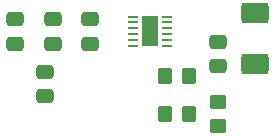
<source format=gbr>
%TF.GenerationSoftware,KiCad,Pcbnew,9.0.4*%
%TF.CreationDate,2025-09-10T23:34:52+05:30*%
%TF.ProjectId,LMR51450,4c4d5235-3134-4353-902e-6b696361645f,rev?*%
%TF.SameCoordinates,Original*%
%TF.FileFunction,Paste,Top*%
%TF.FilePolarity,Positive*%
%FSLAX46Y46*%
G04 Gerber Fmt 4.6, Leading zero omitted, Abs format (unit mm)*
G04 Created by KiCad (PCBNEW 9.0.4) date 2025-09-10 23:34:52*
%MOMM*%
%LPD*%
G01*
G04 APERTURE LIST*
G04 Aperture macros list*
%AMRoundRect*
0 Rectangle with rounded corners*
0 $1 Rounding radius*
0 $2 $3 $4 $5 $6 $7 $8 $9 X,Y pos of 4 corners*
0 Add a 4 corners polygon primitive as box body*
4,1,4,$2,$3,$4,$5,$6,$7,$8,$9,$2,$3,0*
0 Add four circle primitives for the rounded corners*
1,1,$1+$1,$2,$3*
1,1,$1+$1,$4,$5*
1,1,$1+$1,$6,$7*
1,1,$1+$1,$8,$9*
0 Add four rect primitives between the rounded corners*
20,1,$1+$1,$2,$3,$4,$5,0*
20,1,$1+$1,$4,$5,$6,$7,0*
20,1,$1+$1,$6,$7,$8,$9,0*
20,1,$1+$1,$8,$9,$2,$3,0*%
G04 Aperture macros list end*
%ADD10C,0.000000*%
%ADD11RoundRect,0.250000X-0.475000X0.337500X-0.475000X-0.337500X0.475000X-0.337500X0.475000X0.337500X0*%
%ADD12RoundRect,0.250000X0.475000X-0.337500X0.475000X0.337500X-0.475000X0.337500X-0.475000X-0.337500X0*%
%ADD13RoundRect,0.250000X-0.450000X0.350000X-0.450000X-0.350000X0.450000X-0.350000X0.450000X0.350000X0*%
%ADD14RoundRect,0.250000X0.350000X0.450000X-0.350000X0.450000X-0.350000X-0.450000X0.350000X-0.450000X0*%
%ADD15R,0.812800X0.254000*%
%ADD16R,1.397000X2.590800*%
%ADD17RoundRect,0.250000X-0.350000X-0.450000X0.350000X-0.450000X0.350000X0.450000X-0.350000X0.450000X0*%
%ADD18RoundRect,0.250001X-0.899999X0.612499X-0.899999X-0.612499X0.899999X-0.612499X0.899999X0.612499X0*%
G04 APERTURE END LIST*
D10*
%TO.C,U1*%
G36*
X179033500Y-74195000D02*
G01*
X177836500Y-74195000D01*
X177836500Y-73099600D01*
X179033500Y-73099600D01*
X179033500Y-74195000D01*
G37*
G36*
X179033500Y-75490400D02*
G01*
X177836500Y-75490400D01*
X177836500Y-74395000D01*
X179033500Y-74395000D01*
X179033500Y-75490400D01*
G37*
%TD*%
D11*
%TO.C,Cff1*%
X184150000Y-75162500D03*
X184150000Y-77237500D03*
%TD*%
D12*
%TO.C,Cboot1*%
X169545000Y-79777500D03*
X169545000Y-77702500D03*
%TD*%
%TO.C,C2*%
X170180000Y-75332500D03*
X170180000Y-73257500D03*
%TD*%
D13*
%TO.C,Rff1*%
X184150000Y-80280000D03*
X184150000Y-82280000D03*
%TD*%
D14*
%TO.C,RFDB1*%
X181705000Y-78105000D03*
X179705000Y-78105000D03*
%TD*%
D15*
%TO.C,U1*%
X176987200Y-73044685D03*
X176987200Y-73544811D03*
X176987200Y-74044937D03*
X176987200Y-74545063D03*
X176987200Y-75045189D03*
X176987200Y-75545315D03*
X179882800Y-75545315D03*
X179882800Y-75045189D03*
X179882800Y-74545063D03*
X179882800Y-74044937D03*
X179882800Y-73544811D03*
X179882800Y-73044685D03*
D16*
X178435000Y-74295000D03*
%TD*%
D17*
%TO.C,RFBT1*%
X179705000Y-81280000D03*
X181705000Y-81280000D03*
%TD*%
D12*
%TO.C,C1*%
X167005000Y-75332500D03*
X167005000Y-73257500D03*
%TD*%
D18*
%TO.C,Cout1*%
X187325000Y-72767500D03*
X187325000Y-77092500D03*
%TD*%
D12*
%TO.C,C3*%
X173355000Y-75332500D03*
X173355000Y-73257500D03*
%TD*%
M02*

</source>
